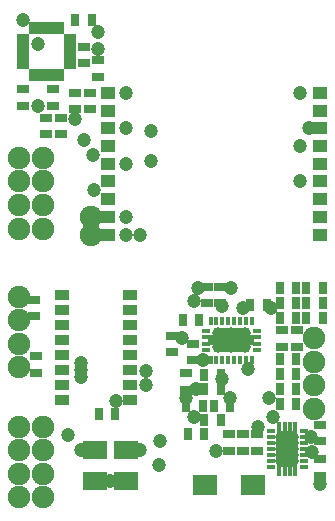
<source format=gbr>
%FSLAX34Y34*%
%MOMM*%
%LNSOLDERMASK_TOP*%
G71*
G01*
%ADD10R, 0.55X1.00*%
%ADD11R, 1.00X0.55*%
%ADD12R, 1.20X1.10*%
%ADD13R, 1.00X0.80*%
%ADD14C, 1.20*%
%ADD15C, 1.90*%
%ADD16R, 0.80X1.00*%
%ADD17R, 0.80X0.44*%
%ADD18R, 0.40X1.00*%
%ADD19R, 1.78X3.05*%
%ADD20C, 1.00*%
%ADD21R, 0.44X0.80*%
%ADD22R, 0.80X0.40*%
%ADD23R, 3.95X0.95*%
%ADD24R, 1.30X0.95*%
%ADD25R, 2.10X1.70*%
%ADD26R, 3.00X2.15*%
%ADD27R, 2.00X1.60*%
%ADD28C, 1.90*%
%LPD*%
X-261360Y158839D02*
G54D10*
D03*
X-261360Y198839D02*
G54D10*
D03*
X-256360Y158839D02*
G54D10*
D03*
X-256360Y198839D02*
G54D10*
D03*
X-251360Y158839D02*
G54D10*
D03*
X-251360Y198839D02*
G54D10*
D03*
X-246360Y158839D02*
G54D10*
D03*
X-246360Y198839D02*
G54D10*
D03*
X-241360Y158839D02*
G54D10*
D03*
X-241360Y198839D02*
G54D10*
D03*
X-236360Y158839D02*
G54D10*
D03*
X-236360Y198839D02*
G54D10*
D03*
X-268860Y166339D02*
G54D11*
D03*
X-228860Y166339D02*
G54D11*
D03*
X-268860Y171339D02*
G54D11*
D03*
X-228860Y171339D02*
G54D11*
D03*
X-268860Y176339D02*
G54D11*
D03*
X-228860Y176339D02*
G54D11*
D03*
X-268860Y181339D02*
G54D11*
D03*
X-228860Y181339D02*
G54D11*
D03*
X-268860Y186339D02*
G54D11*
D03*
X-228860Y186339D02*
G54D11*
D03*
X-268860Y191339D02*
G54D11*
D03*
X-228860Y191339D02*
G54D11*
D03*
X-196862Y143837D02*
G54D12*
D03*
X-16862Y143837D02*
G54D12*
D03*
X-196862Y128837D02*
G54D12*
D03*
X-16862Y128837D02*
G54D12*
D03*
X-196862Y113837D02*
G54D12*
D03*
X-16862Y113837D02*
G54D12*
D03*
X-196862Y98837D02*
G54D12*
D03*
X-16862Y98837D02*
G54D12*
D03*
X-196862Y83837D02*
G54D12*
D03*
X-16862Y83837D02*
G54D12*
D03*
X-196862Y68837D02*
G54D12*
D03*
X-16862Y68837D02*
G54D12*
D03*
X-196862Y53837D02*
G54D12*
D03*
X-16862Y53837D02*
G54D12*
D03*
X-196862Y38837D02*
G54D12*
D03*
X-16862Y38837D02*
G54D12*
D03*
X-196862Y23837D02*
G54D12*
D03*
X-16862Y23837D02*
G54D12*
D03*
X-211862Y143837D02*
G54D13*
D03*
X-211862Y129837D02*
G54D13*
D03*
X-204862Y171337D02*
G54D13*
D03*
X-204862Y157337D02*
G54D13*
D03*
X-204862Y181337D02*
G54D14*
D03*
X-34362Y98837D02*
G54D14*
D03*
X-224362Y143837D02*
G54D13*
D03*
X-224362Y129837D02*
G54D13*
D03*
X-236862Y122837D02*
G54D13*
D03*
X-236862Y108837D02*
G54D13*
D03*
X-249362Y122837D02*
G54D13*
D03*
X-249362Y108837D02*
G54D13*
D03*
X-271862Y28837D02*
G54D15*
D03*
X-271862Y48837D02*
G54D15*
D03*
X-271862Y68837D02*
G54D15*
D03*
X-271862Y88837D02*
G54D15*
D03*
X-217362Y168837D02*
G54D13*
D03*
X-217362Y182837D02*
G54D13*
D03*
X-204862Y195337D02*
G54D14*
D03*
X-268862Y205837D02*
G54D14*
D03*
X-224362Y121337D02*
G54D14*
D03*
X-224362Y205837D02*
G54D16*
D03*
X-210362Y205837D02*
G54D16*
D03*
X-243362Y132837D02*
G54D13*
D03*
X-243362Y146837D02*
G54D13*
D03*
X-268362Y132837D02*
G54D13*
D03*
X-268362Y146837D02*
G54D13*
D03*
X-255862Y132837D02*
G54D14*
D03*
X-34362Y143837D02*
G54D14*
D03*
X-34362Y68837D02*
G54D14*
D03*
X-181862Y23837D02*
G54D14*
D03*
X-251862Y28837D02*
G54D15*
D03*
X-251862Y48837D02*
G54D15*
D03*
X-251862Y68837D02*
G54D15*
D03*
X-251862Y88837D02*
G54D15*
D03*
X-26862Y113837D02*
G54D14*
D03*
X-181862Y143837D02*
G54D14*
D03*
X-181862Y113837D02*
G54D14*
D03*
X-181862Y83837D02*
G54D14*
D03*
X-216862Y103837D02*
G54D14*
D03*
X-209362Y91337D02*
G54D14*
D03*
X-208362Y61337D02*
G54D14*
D03*
X-181862Y38837D02*
G54D14*
D03*
X-169862Y23837D02*
G54D14*
D03*
X-159862Y86337D02*
G54D14*
D03*
X-159862Y111337D02*
G54D14*
D03*
X-271862Y-198663D02*
G54D15*
D03*
X-271862Y-178663D02*
G54D15*
D03*
X-271862Y-158663D02*
G54D15*
D03*
X-271862Y-138663D02*
G54D15*
D03*
X-251862Y-198663D02*
G54D15*
D03*
X-251862Y-178663D02*
G54D15*
D03*
X-251862Y-158663D02*
G54D15*
D03*
X-251862Y-138663D02*
G54D15*
D03*
X-58862Y-142663D02*
G54D17*
D03*
X-30862Y-142663D02*
G54D17*
D03*
X-58862Y-147663D02*
G54D17*
D03*
X-30862Y-147663D02*
G54D17*
D03*
X-58862Y-152663D02*
G54D17*
D03*
X-30862Y-152663D02*
G54D17*
D03*
X-58862Y-157663D02*
G54D17*
D03*
X-30862Y-157663D02*
G54D17*
D03*
X-58862Y-162663D02*
G54D17*
D03*
X-30862Y-162663D02*
G54D17*
D03*
X-58862Y-167663D02*
G54D17*
D03*
X-30862Y-167663D02*
G54D17*
D03*
X-58862Y-172663D02*
G54D17*
D03*
X-30862Y-172663D02*
G54D17*
D03*
X-37958Y-139663D02*
G54D18*
D03*
X-37958Y-175663D02*
G54D18*
D03*
X-42558Y-139663D02*
G54D18*
D03*
X-42558Y-175663D02*
G54D18*
D03*
X-47158Y-139663D02*
G54D18*
D03*
X-47158Y-175663D02*
G54D18*
D03*
X-51758Y-139663D02*
G54D18*
D03*
X-51758Y-175663D02*
G54D18*
D03*
X-44862Y-157663D02*
G54D19*
D03*
X-44862Y-157663D02*
G54D20*
D03*
X-39862Y-157663D02*
G54D20*
D03*
X-49862Y-157663D02*
G54D20*
D03*
X-44862Y-152663D02*
G54D20*
D03*
X-39862Y-152663D02*
G54D20*
D03*
X-49862Y-152663D02*
G54D20*
D03*
X-44862Y-147663D02*
G54D20*
D03*
X-39862Y-147663D02*
G54D20*
D03*
X-49862Y-147663D02*
G54D20*
D03*
X-44862Y-162663D02*
G54D20*
D03*
X-39862Y-162663D02*
G54D20*
D03*
X-49862Y-162663D02*
G54D20*
D03*
X-44862Y-167663D02*
G54D20*
D03*
X-39862Y-167663D02*
G54D20*
D03*
X-49862Y-167663D02*
G54D20*
D03*
X-74862Y-49164D02*
G54D21*
D03*
X-74862Y-82164D02*
G54D21*
D03*
X-79862Y-49164D02*
G54D21*
D03*
X-79862Y-82164D02*
G54D21*
D03*
X-84862Y-49164D02*
G54D21*
D03*
X-84862Y-82164D02*
G54D21*
D03*
X-89862Y-49164D02*
G54D21*
D03*
X-89862Y-82164D02*
G54D21*
D03*
X-94862Y-49164D02*
G54D21*
D03*
X-94862Y-82164D02*
G54D21*
D03*
X-99862Y-49164D02*
G54D21*
D03*
X-99862Y-82164D02*
G54D21*
D03*
X-104862Y-49164D02*
G54D21*
D03*
X-104862Y-82164D02*
G54D21*
D03*
X-109862Y-49164D02*
G54D21*
D03*
X-109862Y-82164D02*
G54D21*
D03*
X-70863Y-73919D02*
G54D22*
D03*
X-113863Y-73919D02*
G54D22*
D03*
X-70863Y-68419D02*
G54D22*
D03*
X-113863Y-68419D02*
G54D22*
D03*
X-70863Y-62919D02*
G54D22*
D03*
X-113863Y-62919D02*
G54D22*
D03*
X-70863Y-57419D02*
G54D22*
D03*
X-113863Y-57419D02*
G54D22*
D03*
X-92362Y-65664D02*
G54D23*
D03*
X-92362Y-65664D02*
G54D20*
D03*
X-92362Y-71664D02*
G54D20*
D03*
X-92362Y-59664D02*
G54D20*
D03*
X-103862Y-65664D02*
G54D20*
D03*
X-103862Y-71664D02*
G54D20*
D03*
X-103862Y-59664D02*
G54D20*
D03*
X-80862Y-65664D02*
G54D20*
D03*
X-80862Y-71664D02*
G54D20*
D03*
X-80862Y-59664D02*
G54D20*
D03*
X-178362Y-116163D02*
G54D24*
D03*
X-235362Y-116163D02*
G54D24*
D03*
X-178362Y-103463D02*
G54D24*
D03*
X-235362Y-103463D02*
G54D24*
D03*
X-178362Y-90763D02*
G54D24*
D03*
X-235362Y-90763D02*
G54D24*
D03*
X-178362Y-78063D02*
G54D24*
D03*
X-235362Y-78063D02*
G54D24*
D03*
X-178362Y-65363D02*
G54D24*
D03*
X-235362Y-65363D02*
G54D24*
D03*
X-178362Y-52663D02*
G54D24*
D03*
X-235362Y-52663D02*
G54D24*
D03*
X-178362Y-39963D02*
G54D24*
D03*
X-235362Y-39963D02*
G54D24*
D03*
X-178362Y-27263D02*
G54D24*
D03*
X-235362Y-27263D02*
G54D24*
D03*
X-114862Y-188163D02*
G54D25*
D03*
X-73862Y-188163D02*
G54D25*
D03*
X-36862Y-57163D02*
G54D13*
D03*
X-36862Y-71163D02*
G54D13*
D03*
X-92362Y-65664D02*
G54D26*
D03*
X-21862Y-63663D02*
G54D15*
D03*
X-21862Y-83663D02*
G54D15*
D03*
X-49362Y-57163D02*
G54D13*
D03*
X-49362Y-71163D02*
G54D13*
D03*
X-14862Y-21663D02*
G54D16*
D03*
X-28862Y-21663D02*
G54D16*
D03*
X-14862Y-34163D02*
G54D16*
D03*
X-28862Y-34163D02*
G54D16*
D03*
X-14862Y-46663D02*
G54D16*
D03*
X-28862Y-46663D02*
G54D16*
D03*
X-37362Y-21663D02*
G54D16*
D03*
X-51362Y-21663D02*
G54D16*
D03*
X-37362Y-34163D02*
G54D16*
D03*
X-51362Y-34163D02*
G54D16*
D03*
X-37362Y-46663D02*
G54D16*
D03*
X-51362Y-46663D02*
G54D16*
D03*
X-37362Y-81663D02*
G54D16*
D03*
X-51362Y-81663D02*
G54D16*
D03*
X-37362Y-94163D02*
G54D16*
D03*
X-51362Y-94163D02*
G54D16*
D03*
X-37362Y-106663D02*
G54D16*
D03*
X-51362Y-106663D02*
G54D16*
D03*
X-82362Y-38164D02*
G54D14*
D03*
X-21862Y-103663D02*
G54D15*
D03*
X-21862Y-123663D02*
G54D15*
D03*
X-78362Y-90164D02*
G54D14*
D03*
X-101362Y-94663D02*
G54D16*
D03*
X-115362Y-94663D02*
G54D16*
D03*
X-101362Y-107163D02*
G54D16*
D03*
X-115362Y-107163D02*
G54D16*
D03*
X-124362Y-82663D02*
G54D13*
D03*
X-124362Y-68663D02*
G54D13*
D03*
X-119362Y-48663D02*
G54D16*
D03*
X-133362Y-48663D02*
G54D16*
D03*
X-133862Y-63663D02*
G54D14*
D03*
X-121862Y-106663D02*
G54D14*
D03*
X-130362Y-107663D02*
G54D13*
D03*
X-130362Y-93663D02*
G54D13*
D03*
X-130362Y-114164D02*
G54D14*
D03*
X-93362Y-121163D02*
G54D16*
D03*
X-107362Y-121163D02*
G54D16*
D03*
X-116362Y-121163D02*
G54D16*
D03*
X-130362Y-121163D02*
G54D16*
D03*
X-93362Y-114164D02*
G54D14*
D03*
X-112862Y-34163D02*
G54D13*
D03*
X-112862Y-20163D02*
G54D13*
D03*
X-142362Y-75663D02*
G54D13*
D03*
X-142362Y-61663D02*
G54D13*
D03*
X-60362Y-114164D02*
G54D14*
D03*
X-24362Y-160164D02*
G54D14*
D03*
X-17362Y-180162D02*
G54D13*
D03*
X-17362Y-166162D02*
G54D13*
D03*
X-17362Y-187164D02*
G54D14*
D03*
X-17362Y-151162D02*
G54D13*
D03*
X-17362Y-137162D02*
G54D13*
D03*
X-24862Y-147663D02*
G54D14*
D03*
X-56862Y-130663D02*
G54D14*
D03*
X-70362Y-159162D02*
G54D13*
D03*
X-70362Y-145162D02*
G54D13*
D03*
X-82362Y-159162D02*
G54D13*
D03*
X-82362Y-145162D02*
G54D13*
D03*
X-94362Y-159162D02*
G54D13*
D03*
X-94362Y-145162D02*
G54D13*
D03*
X-69862Y-138663D02*
G54D14*
D03*
X-120362Y-21663D02*
G54D14*
D03*
X-104862Y-159663D02*
G54D14*
D03*
X-123862Y-32663D02*
G54D14*
D03*
X-129362Y-145162D02*
G54D16*
D03*
X-115362Y-145162D02*
G54D16*
D03*
X-115362Y-133164D02*
G54D16*
D03*
X-101362Y-133164D02*
G54D16*
D03*
X-181862Y-184663D02*
G54D27*
D03*
X-181862Y-158663D02*
G54D27*
D03*
X-207862Y-184663D02*
G54D27*
D03*
X-207862Y-158663D02*
G54D27*
D03*
X-194862Y-184663D02*
G54D14*
D03*
X-219862Y-158663D02*
G54D14*
D03*
X-169862Y-158663D02*
G54D14*
D03*
X-123862Y-130663D02*
G54D14*
D03*
X-152862Y-150663D02*
G54D14*
D03*
X-271862Y-88663D02*
G54D15*
D03*
X-271862Y-68663D02*
G54D15*
D03*
X-271862Y-48663D02*
G54D15*
D03*
X-271862Y-28663D02*
G54D15*
D03*
X-189862Y-116663D02*
G54D14*
D03*
X-259362Y-45162D02*
G54D13*
D03*
X-259362Y-31162D02*
G54D13*
D03*
X-257362Y-93162D02*
G54D13*
D03*
X-257362Y-79162D02*
G54D13*
D03*
X-219862Y-90663D02*
G54D14*
D03*
X-219862Y-84663D02*
G54D14*
D03*
X-219862Y-96663D02*
G54D14*
D03*
X-153862Y-171663D02*
G54D14*
D03*
X-164862Y-103663D02*
G54D14*
D03*
X-164862Y-91663D02*
G54D14*
D03*
X-230862Y-145663D02*
G54D14*
D03*
X-190362Y-128163D02*
G54D16*
D03*
X-204362Y-128163D02*
G54D16*
D03*
X-255862Y185337D02*
G54D14*
D03*
X-210862Y38837D02*
G54D28*
D03*
X-210862Y23837D02*
G54D28*
D03*
X-51362Y-119664D02*
G54D16*
D03*
X-37362Y-119664D02*
G54D16*
D03*
X-58862Y-38664D02*
G54D14*
D03*
X-62362Y-35663D02*
G54D16*
D03*
X-76362Y-35663D02*
G54D16*
D03*
X-101862Y-34163D02*
G54D13*
D03*
X-101862Y-20163D02*
G54D13*
D03*
X-92862Y-21663D02*
G54D14*
D03*
X-99862Y-36663D02*
G54D14*
D03*
X-100362Y-98663D02*
G54D14*
D03*
X-116237Y-82391D02*
G54D14*
D03*
M02*

</source>
